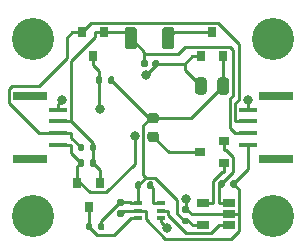
<source format=gbr>
%TF.GenerationSoftware,KiCad,Pcbnew,5.1.7-a382d34a8~87~ubuntu18.04.1*%
%TF.CreationDate,2021-11-08T07:30:38-08:00*%
%TF.ProjectId,i2c_led,6932635f-6c65-4642-9e6b-696361645f70,rev?*%
%TF.SameCoordinates,Original*%
%TF.FileFunction,Copper,L1,Top*%
%TF.FilePolarity,Positive*%
%FSLAX46Y46*%
G04 Gerber Fmt 4.6, Leading zero omitted, Abs format (unit mm)*
G04 Created by KiCad (PCBNEW 5.1.7-a382d34a8~87~ubuntu18.04.1) date 2021-11-08 07:30:38*
%MOMM*%
%LPD*%
G01*
G04 APERTURE LIST*
%TA.AperFunction,SMDPad,CuDef*%
%ADD10R,3.000000X0.800000*%
%TD*%
%TA.AperFunction,SMDPad,CuDef*%
%ADD11R,1.600000X0.400000*%
%TD*%
%TA.AperFunction,ComponentPad*%
%ADD12C,3.570000*%
%TD*%
%TA.AperFunction,SMDPad,CuDef*%
%ADD13R,0.900000X0.800000*%
%TD*%
%TA.AperFunction,SMDPad,CuDef*%
%ADD14R,0.800000X0.900000*%
%TD*%
%TA.AperFunction,SMDPad,CuDef*%
%ADD15R,0.650000X0.400000*%
%TD*%
%TA.AperFunction,SMDPad,CuDef*%
%ADD16R,1.060000X0.650000*%
%TD*%
%TA.AperFunction,ViaPad*%
%ADD17C,0.800000*%
%TD*%
%TA.AperFunction,Conductor*%
%ADD18C,0.250000*%
%TD*%
G04 APERTURE END LIST*
D10*
%TO.P,J1,*%
%TO.N,*%
X52300000Y-62650000D03*
X52300000Y-57350000D03*
D11*
%TO.P,J1,4*%
%TO.N,/SCL_VIN*%
X54625000Y-61500000D03*
%TO.P,J1,3*%
%TO.N,/SDA_VIN*%
X54625000Y-60500000D03*
%TO.P,J1,2*%
%TO.N,/VIN*%
X54625000Y-59500000D03*
%TO.P,J1,1*%
%TO.N,GND*%
X54625000Y-58500000D03*
%TD*%
D10*
%TO.P,J2,*%
%TO.N,*%
X73100000Y-57350000D03*
X73100000Y-62650000D03*
D11*
%TO.P,J2,4*%
%TO.N,/SCL_VIN*%
X70775000Y-58500000D03*
%TO.P,J2,3*%
%TO.N,/SDA_VIN*%
X70775000Y-59500000D03*
%TO.P,J2,2*%
%TO.N,/VIN*%
X70775000Y-60500000D03*
%TO.P,J2,1*%
%TO.N,GND*%
X70775000Y-61500000D03*
%TD*%
D12*
%TO.P,M4,~*%
%TO.N,N/C*%
X52540000Y-67460000D03*
%TD*%
%TO.P,M3,~*%
%TO.N,N/C*%
X72860000Y-67460000D03*
%TD*%
%TO.P,M2,~*%
%TO.N,N/C*%
X72860000Y-52540000D03*
%TD*%
%TO.P,M1,~*%
%TO.N,N/C*%
X52540000Y-52540000D03*
%TD*%
%TO.P,C4,1*%
%TO.N,/5V*%
%TA.AperFunction,SMDPad,CuDef*%
G36*
G01*
X69150000Y-56025000D02*
X69150000Y-56975000D01*
G75*
G02*
X68900000Y-57225000I-250000J0D01*
G01*
X68400000Y-57225000D01*
G75*
G02*
X68150000Y-56975000I0J250000D01*
G01*
X68150000Y-56025000D01*
G75*
G02*
X68400000Y-55775000I250000J0D01*
G01*
X68900000Y-55775000D01*
G75*
G02*
X69150000Y-56025000I0J-250000D01*
G01*
G37*
%TD.AperFunction*%
%TO.P,C4,2*%
%TO.N,GND*%
%TA.AperFunction,SMDPad,CuDef*%
G36*
G01*
X67250000Y-56025000D02*
X67250000Y-56975000D01*
G75*
G02*
X67000000Y-57225000I-250000J0D01*
G01*
X66500000Y-57225000D01*
G75*
G02*
X66250000Y-56975000I0J250000D01*
G01*
X66250000Y-56025000D01*
G75*
G02*
X66500000Y-55775000I250000J0D01*
G01*
X67000000Y-55775000D01*
G75*
G02*
X67250000Y-56025000I0J-250000D01*
G01*
G37*
%TD.AperFunction*%
%TD*%
%TO.P,D1,1*%
%TO.N,Net-(D1-Pad1)*%
%TA.AperFunction,SMDPad,CuDef*%
G36*
G01*
X62956250Y-61225000D02*
X62443750Y-61225000D01*
G75*
G02*
X62225000Y-61006250I0J218750D01*
G01*
X62225000Y-60568750D01*
G75*
G02*
X62443750Y-60350000I218750J0D01*
G01*
X62956250Y-60350000D01*
G75*
G02*
X63175000Y-60568750I0J-218750D01*
G01*
X63175000Y-61006250D01*
G75*
G02*
X62956250Y-61225000I-218750J0D01*
G01*
G37*
%TD.AperFunction*%
%TO.P,D1,2*%
%TO.N,/5V*%
%TA.AperFunction,SMDPad,CuDef*%
G36*
G01*
X62956250Y-59650000D02*
X62443750Y-59650000D01*
G75*
G02*
X62225000Y-59431250I0J218750D01*
G01*
X62225000Y-58993750D01*
G75*
G02*
X62443750Y-58775000I218750J0D01*
G01*
X62956250Y-58775000D01*
G75*
G02*
X63175000Y-58993750I0J-218750D01*
G01*
X63175000Y-59431250D01*
G75*
G02*
X62956250Y-59650000I-218750J0D01*
G01*
G37*
%TD.AperFunction*%
%TD*%
%TO.P,L1,1*%
%TO.N,/VIN*%
%TA.AperFunction,SMDPad,CuDef*%
G36*
G01*
X60300000Y-53150001D02*
X60300000Y-51749999D01*
G75*
G02*
X60549999Y-51500000I249999J0D01*
G01*
X61100001Y-51500000D01*
G75*
G02*
X61350000Y-51749999I0J-249999D01*
G01*
X61350000Y-53150001D01*
G75*
G02*
X61100001Y-53400000I-249999J0D01*
G01*
X60549999Y-53400000D01*
G75*
G02*
X60300000Y-53150001I0J249999D01*
G01*
G37*
%TD.AperFunction*%
%TO.P,L1,2*%
%TO.N,Net-(L1-Pad2)*%
%TA.AperFunction,SMDPad,CuDef*%
G36*
G01*
X63450000Y-53150001D02*
X63450000Y-51749999D01*
G75*
G02*
X63699999Y-51500000I249999J0D01*
G01*
X64250001Y-51500000D01*
G75*
G02*
X64500000Y-51749999I0J-249999D01*
G01*
X64500000Y-53150001D01*
G75*
G02*
X64250001Y-53400000I-249999J0D01*
G01*
X63699999Y-53400000D01*
G75*
G02*
X63450000Y-53150001I0J249999D01*
G01*
G37*
%TD.AperFunction*%
%TD*%
D13*
%TO.P,Q1,3*%
%TO.N,Net-(D1-Pad1)*%
X66700000Y-62100000D03*
%TO.P,Q1,2*%
%TO.N,Net-(Q1-Pad2)*%
X68700000Y-61150000D03*
%TO.P,Q1,1*%
%TO.N,Net-(Q1-Pad1)*%
X68700000Y-63050000D03*
%TD*%
D14*
%TO.P,Q2,1*%
%TO.N,/VIN*%
X58550000Y-51950000D03*
%TO.P,Q2,2*%
%TO.N,/SDA_VIN*%
X56650000Y-51950000D03*
%TO.P,Q2,3*%
%TO.N,/SDA_5V*%
X57600000Y-53950000D03*
%TD*%
%TO.P,Q3,3*%
%TO.N,/SCL_5V*%
X57250000Y-66700000D03*
%TO.P,Q3,2*%
%TO.N,/SCL_VIN*%
X56300000Y-64700000D03*
%TO.P,Q3,1*%
%TO.N,/VIN*%
X58200000Y-64700000D03*
%TD*%
D15*
%TO.P,U1,6*%
%TO.N,Net-(R1-Pad2)*%
X63350000Y-66400000D03*
%TO.P,U1,4*%
%TO.N,/SDA_5V*%
X63350000Y-67700000D03*
%TO.P,U1,2*%
%TO.N,GND*%
X61450000Y-67050000D03*
%TO.P,U1,5*%
%TO.N,Net-(U1-Pad5)*%
X63350000Y-67050000D03*
%TO.P,U1,3*%
%TO.N,/SCL_5V*%
X61450000Y-67700000D03*
%TO.P,U1,1*%
%TO.N,/5V*%
X61450000Y-66400000D03*
%TD*%
D14*
%TO.P,U2,1*%
%TO.N,GND*%
X66750000Y-53950000D03*
%TO.P,U2,2*%
%TO.N,/5V*%
X68650000Y-53950000D03*
%TO.P,U2,3*%
%TO.N,Net-(L1-Pad2)*%
X67700000Y-51950000D03*
%TD*%
D16*
%TO.P,U3,1*%
%TO.N,Net-(U1-Pad5)*%
X69100000Y-68300000D03*
%TO.P,U3,2*%
%TO.N,GND*%
X69100000Y-67350000D03*
%TO.P,U3,3*%
%TO.N,Net-(Q1-Pad2)*%
X69100000Y-66400000D03*
%TO.P,U3,4*%
%TO.N,Net-(Q1-Pad1)*%
X66900000Y-66400000D03*
%TO.P,U3,5*%
%TO.N,/5V*%
X66900000Y-68300000D03*
%TD*%
%TO.P,C1,1*%
%TO.N,/VIN*%
%TA.AperFunction,SMDPad,CuDef*%
G36*
G01*
X61690000Y-54770000D02*
X61690000Y-54430000D01*
G75*
G02*
X61830000Y-54290000I140000J0D01*
G01*
X62110000Y-54290000D01*
G75*
G02*
X62250000Y-54430000I0J-140000D01*
G01*
X62250000Y-54770000D01*
G75*
G02*
X62110000Y-54910000I-140000J0D01*
G01*
X61830000Y-54910000D01*
G75*
G02*
X61690000Y-54770000I0J140000D01*
G01*
G37*
%TD.AperFunction*%
%TO.P,C1,2*%
%TO.N,GND*%
%TA.AperFunction,SMDPad,CuDef*%
G36*
G01*
X62650000Y-54770000D02*
X62650000Y-54430000D01*
G75*
G02*
X62790000Y-54290000I140000J0D01*
G01*
X63070000Y-54290000D01*
G75*
G02*
X63210000Y-54430000I0J-140000D01*
G01*
X63210000Y-54770000D01*
G75*
G02*
X63070000Y-54910000I-140000J0D01*
G01*
X62790000Y-54910000D01*
G75*
G02*
X62650000Y-54770000I0J140000D01*
G01*
G37*
%TD.AperFunction*%
%TD*%
%TO.P,C2,2*%
%TO.N,GND*%
%TA.AperFunction,SMDPad,CuDef*%
G36*
G01*
X59780000Y-67030000D02*
X60120000Y-67030000D01*
G75*
G02*
X60260000Y-67170000I0J-140000D01*
G01*
X60260000Y-67450000D01*
G75*
G02*
X60120000Y-67590000I-140000J0D01*
G01*
X59780000Y-67590000D01*
G75*
G02*
X59640000Y-67450000I0J140000D01*
G01*
X59640000Y-67170000D01*
G75*
G02*
X59780000Y-67030000I140000J0D01*
G01*
G37*
%TD.AperFunction*%
%TO.P,C2,1*%
%TO.N,/5V*%
%TA.AperFunction,SMDPad,CuDef*%
G36*
G01*
X59780000Y-66070000D02*
X60120000Y-66070000D01*
G75*
G02*
X60260000Y-66210000I0J-140000D01*
G01*
X60260000Y-66490000D01*
G75*
G02*
X60120000Y-66630000I-140000J0D01*
G01*
X59780000Y-66630000D01*
G75*
G02*
X59640000Y-66490000I0J140000D01*
G01*
X59640000Y-66210000D01*
G75*
G02*
X59780000Y-66070000I140000J0D01*
G01*
G37*
%TD.AperFunction*%
%TD*%
%TO.P,C3,2*%
%TO.N,GND*%
%TA.AperFunction,SMDPad,CuDef*%
G36*
G01*
X65620000Y-67250000D02*
X65280000Y-67250000D01*
G75*
G02*
X65140000Y-67110000I0J140000D01*
G01*
X65140000Y-66830000D01*
G75*
G02*
X65280000Y-66690000I140000J0D01*
G01*
X65620000Y-66690000D01*
G75*
G02*
X65760000Y-66830000I0J-140000D01*
G01*
X65760000Y-67110000D01*
G75*
G02*
X65620000Y-67250000I-140000J0D01*
G01*
G37*
%TD.AperFunction*%
%TO.P,C3,1*%
%TO.N,/5V*%
%TA.AperFunction,SMDPad,CuDef*%
G36*
G01*
X65620000Y-68210000D02*
X65280000Y-68210000D01*
G75*
G02*
X65140000Y-68070000I0J140000D01*
G01*
X65140000Y-67790000D01*
G75*
G02*
X65280000Y-67650000I140000J0D01*
G01*
X65620000Y-67650000D01*
G75*
G02*
X65760000Y-67790000I0J-140000D01*
G01*
X65760000Y-68070000D01*
G75*
G02*
X65620000Y-68210000I-140000J0D01*
G01*
G37*
%TD.AperFunction*%
%TD*%
%TO.P,R1,2*%
%TO.N,Net-(R1-Pad2)*%
%TA.AperFunction,SMDPad,CuDef*%
G36*
G01*
X62190000Y-65085000D02*
X62190000Y-64715000D01*
G75*
G02*
X62325000Y-64580000I135000J0D01*
G01*
X62595000Y-64580000D01*
G75*
G02*
X62730000Y-64715000I0J-135000D01*
G01*
X62730000Y-65085000D01*
G75*
G02*
X62595000Y-65220000I-135000J0D01*
G01*
X62325000Y-65220000D01*
G75*
G02*
X62190000Y-65085000I0J135000D01*
G01*
G37*
%TD.AperFunction*%
%TO.P,R1,1*%
%TO.N,/5V*%
%TA.AperFunction,SMDPad,CuDef*%
G36*
G01*
X61170000Y-65085000D02*
X61170000Y-64715000D01*
G75*
G02*
X61305000Y-64580000I135000J0D01*
G01*
X61575000Y-64580000D01*
G75*
G02*
X61710000Y-64715000I0J-135000D01*
G01*
X61710000Y-65085000D01*
G75*
G02*
X61575000Y-65220000I-135000J0D01*
G01*
X61305000Y-65220000D01*
G75*
G02*
X61170000Y-65085000I0J135000D01*
G01*
G37*
%TD.AperFunction*%
%TD*%
%TO.P,R2,1*%
%TO.N,Net-(Q1-Pad2)*%
%TA.AperFunction,SMDPad,CuDef*%
G36*
G01*
X68220000Y-64985000D02*
X68220000Y-64615000D01*
G75*
G02*
X68355000Y-64480000I135000J0D01*
G01*
X68625000Y-64480000D01*
G75*
G02*
X68760000Y-64615000I0J-135000D01*
G01*
X68760000Y-64985000D01*
G75*
G02*
X68625000Y-65120000I-135000J0D01*
G01*
X68355000Y-65120000D01*
G75*
G02*
X68220000Y-64985000I0J135000D01*
G01*
G37*
%TD.AperFunction*%
%TO.P,R2,2*%
%TO.N,GND*%
%TA.AperFunction,SMDPad,CuDef*%
G36*
G01*
X69240000Y-64985000D02*
X69240000Y-64615000D01*
G75*
G02*
X69375000Y-64480000I135000J0D01*
G01*
X69645000Y-64480000D01*
G75*
G02*
X69780000Y-64615000I0J-135000D01*
G01*
X69780000Y-64985000D01*
G75*
G02*
X69645000Y-65120000I-135000J0D01*
G01*
X69375000Y-65120000D01*
G75*
G02*
X69240000Y-64985000I0J135000D01*
G01*
G37*
%TD.AperFunction*%
%TD*%
%TO.P,R3,1*%
%TO.N,/VIN*%
%TA.AperFunction,SMDPad,CuDef*%
G36*
G01*
X57880000Y-61515000D02*
X57880000Y-61885000D01*
G75*
G02*
X57745000Y-62020000I-135000J0D01*
G01*
X57475000Y-62020000D01*
G75*
G02*
X57340000Y-61885000I0J135000D01*
G01*
X57340000Y-61515000D01*
G75*
G02*
X57475000Y-61380000I135000J0D01*
G01*
X57745000Y-61380000D01*
G75*
G02*
X57880000Y-61515000I0J-135000D01*
G01*
G37*
%TD.AperFunction*%
%TO.P,R3,2*%
%TO.N,/SDA_VIN*%
%TA.AperFunction,SMDPad,CuDef*%
G36*
G01*
X56860000Y-61515000D02*
X56860000Y-61885000D01*
G75*
G02*
X56725000Y-62020000I-135000J0D01*
G01*
X56455000Y-62020000D01*
G75*
G02*
X56320000Y-61885000I0J135000D01*
G01*
X56320000Y-61515000D01*
G75*
G02*
X56455000Y-61380000I135000J0D01*
G01*
X56725000Y-61380000D01*
G75*
G02*
X56860000Y-61515000I0J-135000D01*
G01*
G37*
%TD.AperFunction*%
%TD*%
%TO.P,R4,2*%
%TO.N,/SCL_VIN*%
%TA.AperFunction,SMDPad,CuDef*%
G36*
G01*
X56860000Y-62815000D02*
X56860000Y-63185000D01*
G75*
G02*
X56725000Y-63320000I-135000J0D01*
G01*
X56455000Y-63320000D01*
G75*
G02*
X56320000Y-63185000I0J135000D01*
G01*
X56320000Y-62815000D01*
G75*
G02*
X56455000Y-62680000I135000J0D01*
G01*
X56725000Y-62680000D01*
G75*
G02*
X56860000Y-62815000I0J-135000D01*
G01*
G37*
%TD.AperFunction*%
%TO.P,R4,1*%
%TO.N,/VIN*%
%TA.AperFunction,SMDPad,CuDef*%
G36*
G01*
X57880000Y-62815000D02*
X57880000Y-63185000D01*
G75*
G02*
X57745000Y-63320000I-135000J0D01*
G01*
X57475000Y-63320000D01*
G75*
G02*
X57340000Y-63185000I0J135000D01*
G01*
X57340000Y-62815000D01*
G75*
G02*
X57475000Y-62680000I135000J0D01*
G01*
X57745000Y-62680000D01*
G75*
G02*
X57880000Y-62815000I0J-135000D01*
G01*
G37*
%TD.AperFunction*%
%TD*%
%TO.P,R5,1*%
%TO.N,/5V*%
%TA.AperFunction,SMDPad,CuDef*%
G36*
G01*
X58580000Y-68215000D02*
X58580000Y-68585000D01*
G75*
G02*
X58445000Y-68720000I-135000J0D01*
G01*
X58175000Y-68720000D01*
G75*
G02*
X58040000Y-68585000I0J135000D01*
G01*
X58040000Y-68215000D01*
G75*
G02*
X58175000Y-68080000I135000J0D01*
G01*
X58445000Y-68080000D01*
G75*
G02*
X58580000Y-68215000I0J-135000D01*
G01*
G37*
%TD.AperFunction*%
%TO.P,R5,2*%
%TO.N,/SCL_5V*%
%TA.AperFunction,SMDPad,CuDef*%
G36*
G01*
X57560000Y-68215000D02*
X57560000Y-68585000D01*
G75*
G02*
X57425000Y-68720000I-135000J0D01*
G01*
X57155000Y-68720000D01*
G75*
G02*
X57020000Y-68585000I0J135000D01*
G01*
X57020000Y-68215000D01*
G75*
G02*
X57155000Y-68080000I135000J0D01*
G01*
X57425000Y-68080000D01*
G75*
G02*
X57560000Y-68215000I0J-135000D01*
G01*
G37*
%TD.AperFunction*%
%TD*%
%TO.P,R6,2*%
%TO.N,/SDA_5V*%
%TA.AperFunction,SMDPad,CuDef*%
G36*
G01*
X58410000Y-55815000D02*
X58410000Y-56185000D01*
G75*
G02*
X58275000Y-56320000I-135000J0D01*
G01*
X58005000Y-56320000D01*
G75*
G02*
X57870000Y-56185000I0J135000D01*
G01*
X57870000Y-55815000D01*
G75*
G02*
X58005000Y-55680000I135000J0D01*
G01*
X58275000Y-55680000D01*
G75*
G02*
X58410000Y-55815000I0J-135000D01*
G01*
G37*
%TD.AperFunction*%
%TO.P,R6,1*%
%TO.N,/5V*%
%TA.AperFunction,SMDPad,CuDef*%
G36*
G01*
X59430000Y-55815000D02*
X59430000Y-56185000D01*
G75*
G02*
X59295000Y-56320000I-135000J0D01*
G01*
X59025000Y-56320000D01*
G75*
G02*
X58890000Y-56185000I0J135000D01*
G01*
X58890000Y-55815000D01*
G75*
G02*
X59025000Y-55680000I135000J0D01*
G01*
X59295000Y-55680000D01*
G75*
G02*
X59430000Y-55815000I0J-135000D01*
G01*
G37*
%TD.AperFunction*%
%TD*%
D17*
%TO.N,GND*%
X55004700Y-57672500D03*
X62081100Y-55539000D03*
X65450000Y-66060700D03*
%TO.N,/SCL_VIN*%
X70775000Y-57672500D03*
X61160500Y-60703300D03*
%TO.N,/SDA_5V*%
X63868100Y-68510200D03*
X58210000Y-58424000D03*
%TD*%
D18*
%TO.N,/VIN*%
X58550000Y-51950000D02*
X57824700Y-51950000D01*
X57824700Y-51950000D02*
X57824700Y-52337800D01*
X57824700Y-52337800D02*
X55750300Y-54412200D01*
X55750300Y-54412200D02*
X55750300Y-59500000D01*
X60825000Y-52450000D02*
X60325000Y-51950000D01*
X60325000Y-51950000D02*
X58550000Y-51950000D01*
X57610000Y-61700000D02*
X57610000Y-61359700D01*
X57610000Y-61359700D02*
X55750300Y-59500000D01*
X57610000Y-63000000D02*
X57610000Y-61700000D01*
X54625000Y-59500000D02*
X55750300Y-59500000D01*
X61970000Y-53777100D02*
X61970000Y-54600000D01*
X60825000Y-52450000D02*
X61970000Y-53595000D01*
X61970000Y-53595000D02*
X61970000Y-53777100D01*
X61970000Y-53777100D02*
X64809700Y-53777100D01*
X64809700Y-53777100D02*
X65412100Y-53174700D01*
X65412100Y-53174700D02*
X69184800Y-53174700D01*
X69184800Y-53174700D02*
X69480900Y-53470800D01*
X69480900Y-53470800D02*
X69480900Y-57269800D01*
X69480900Y-57269800D02*
X69177600Y-57573100D01*
X69177600Y-57573100D02*
X69177600Y-60027900D01*
X69177600Y-60027900D02*
X69649700Y-60500000D01*
X70775000Y-60500000D02*
X69649700Y-60500000D01*
X57610000Y-63000000D02*
X58200000Y-63590000D01*
X58200000Y-63590000D02*
X58200000Y-64700000D01*
%TO.N,GND*%
X54625000Y-58500000D02*
X54625000Y-58052200D01*
X54625000Y-58052200D02*
X55004700Y-57672500D01*
X62930000Y-54600000D02*
X62930000Y-54690100D01*
X62930000Y-54690100D02*
X62081100Y-55539000D01*
X70775000Y-61500000D02*
X70775000Y-63535000D01*
X70775000Y-63535000D02*
X69510000Y-64800000D01*
X61450000Y-67050000D02*
X62100300Y-67050000D01*
X69955200Y-67350000D02*
X69955400Y-67350200D01*
X69955400Y-67350200D02*
X69955400Y-68760000D01*
X69955400Y-68760000D02*
X69295300Y-69420100D01*
X69295300Y-69420100D02*
X63727500Y-69420100D01*
X63727500Y-69420100D02*
X62100300Y-67792900D01*
X62100300Y-67792900D02*
X62100300Y-67050000D01*
X69510000Y-64800000D02*
X69955300Y-65245300D01*
X69955300Y-65245300D02*
X69955300Y-67349900D01*
X69955300Y-67349900D02*
X69955200Y-67350000D01*
X65374700Y-54600000D02*
X66024700Y-53950000D01*
X62930000Y-54600000D02*
X65374700Y-54600000D01*
X65374700Y-54600000D02*
X65374700Y-55124700D01*
X65374700Y-55124700D02*
X66750000Y-56500000D01*
X66750000Y-53950000D02*
X66024700Y-53950000D01*
X69100000Y-67350000D02*
X69955200Y-67350000D01*
X65450000Y-66970000D02*
X65450000Y-66060700D01*
X68244700Y-67350000D02*
X65973300Y-67350000D01*
X65973300Y-67350000D02*
X65593300Y-66970000D01*
X65593300Y-66970000D02*
X65450000Y-66970000D01*
X59950000Y-67310000D02*
X60210000Y-67050000D01*
X60210000Y-67050000D02*
X61450000Y-67050000D01*
X69100000Y-67350000D02*
X68244700Y-67350000D01*
%TO.N,/5V*%
X62432800Y-59272700D02*
X62493000Y-59212500D01*
X62493000Y-59212500D02*
X62700000Y-59212500D01*
X62091200Y-64248800D02*
X61889300Y-64046900D01*
X61889300Y-64046900D02*
X61889300Y-59816200D01*
X61889300Y-59816200D02*
X62432800Y-59272700D01*
X59160000Y-56000000D02*
X62432800Y-59272700D01*
X62700000Y-59212500D02*
X65937500Y-59212500D01*
X65937500Y-59212500D02*
X68650000Y-56500000D01*
X58310000Y-68400000D02*
X58310000Y-67915400D01*
X58310000Y-67915400D02*
X59875400Y-66350000D01*
X59875400Y-66350000D02*
X59950000Y-66350000D01*
X66900000Y-68300000D02*
X66044700Y-68300000D01*
X65450000Y-67930000D02*
X65674700Y-67930000D01*
X65674700Y-67930000D02*
X66044700Y-68300000D01*
X62091200Y-64248800D02*
X62827500Y-64248800D01*
X62827500Y-64248800D02*
X64703200Y-66124500D01*
X64703200Y-66124500D02*
X64703200Y-67273900D01*
X64703200Y-67273900D02*
X65359300Y-67930000D01*
X65359300Y-67930000D02*
X65450000Y-67930000D01*
X61440000Y-64900000D02*
X62091200Y-64248800D01*
X61440000Y-66400000D02*
X61440000Y-64900000D01*
X61440000Y-66400000D02*
X61450000Y-66400000D01*
X61124900Y-66400000D02*
X61440000Y-66400000D01*
X61124900Y-66400000D02*
X60799700Y-66400000D01*
X68650000Y-53950000D02*
X68650000Y-56500000D01*
X59950000Y-66350000D02*
X60749700Y-66350000D01*
X60749700Y-66350000D02*
X60799700Y-66400000D01*
%TO.N,Net-(D1-Pad1)*%
X66700000Y-62100000D02*
X64012500Y-62100000D01*
X64012500Y-62100000D02*
X62700000Y-60787500D01*
%TO.N,/SCL_VIN*%
X70775000Y-58500000D02*
X70775000Y-57672500D01*
X56590000Y-63000000D02*
X55750300Y-62160300D01*
X55750300Y-62160300D02*
X55750300Y-61500000D01*
X56590000Y-63000000D02*
X56300000Y-63290000D01*
X56300000Y-63290000D02*
X56300000Y-63924700D01*
X54625000Y-61500000D02*
X55750300Y-61500000D01*
X56300000Y-64424900D02*
X57350500Y-65475400D01*
X57350500Y-65475400D02*
X58746200Y-65475400D01*
X58746200Y-65475400D02*
X61160500Y-63061100D01*
X61160500Y-63061100D02*
X61160500Y-60703300D01*
X56300000Y-64424900D02*
X56300000Y-63924700D01*
X56300000Y-64700000D02*
X56300000Y-64424900D01*
%TO.N,/SDA_VIN*%
X69649700Y-59500000D02*
X69649700Y-57963200D01*
X69649700Y-57963200D02*
X69965200Y-57647700D01*
X69965200Y-57647700D02*
X69965200Y-52897000D01*
X69965200Y-52897000D02*
X68206600Y-51138400D01*
X68206600Y-51138400D02*
X57461600Y-51138400D01*
X57461600Y-51138400D02*
X56650000Y-51950000D01*
X54625000Y-60500000D02*
X55750300Y-60500000D01*
X56590000Y-61700000D02*
X55750300Y-60860300D01*
X55750300Y-60860300D02*
X55750300Y-60500000D01*
X70775000Y-59500000D02*
X69649700Y-59500000D01*
X55924700Y-51950000D02*
X56650000Y-51950000D01*
X55400000Y-54100000D02*
X55400000Y-52400000D01*
X53027900Y-56472100D02*
X55400000Y-54100000D01*
X55850000Y-51950000D02*
X55924700Y-51950000D01*
X55400000Y-52400000D02*
X55850000Y-51950000D01*
X50788800Y-56472100D02*
X53027900Y-56472100D01*
X50474600Y-56786300D02*
X50788800Y-56472100D01*
X50474600Y-57914700D02*
X50474600Y-56786300D01*
X53059900Y-60500000D02*
X50474600Y-57914700D01*
X54625000Y-60500000D02*
X53059900Y-60500000D01*
%TO.N,Net-(L1-Pad2)*%
X67700000Y-51950000D02*
X64475000Y-51950000D01*
X64475000Y-51950000D02*
X63975000Y-52450000D01*
%TO.N,Net-(Q1-Pad2)*%
X68490000Y-64800000D02*
X68244700Y-65045300D01*
X68244700Y-65045300D02*
X68244700Y-66400000D01*
X68700000Y-61875300D02*
X68881300Y-61875300D01*
X68881300Y-61875300D02*
X69484400Y-62478400D01*
X69484400Y-62478400D02*
X69484400Y-63805600D01*
X69484400Y-63805600D02*
X68490000Y-64800000D01*
X69100000Y-66400000D02*
X68244700Y-66400000D01*
X68700000Y-61150000D02*
X68700000Y-61875300D01*
%TO.N,Net-(Q1-Pad1)*%
X66900000Y-66400000D02*
X67755300Y-66400000D01*
X68700000Y-63050000D02*
X68700000Y-63775300D01*
X68700000Y-63775300D02*
X68518700Y-63775300D01*
X68518700Y-63775300D02*
X67755300Y-64538700D01*
X67755300Y-64538700D02*
X67755300Y-66400000D01*
%TO.N,/SDA_5V*%
X58210000Y-58424000D02*
X58140000Y-58354000D01*
X58140000Y-58354000D02*
X58140000Y-56000000D01*
X57600000Y-53950000D02*
X57600000Y-54725300D01*
X58140000Y-56000000D02*
X58140000Y-55265300D01*
X58140000Y-55265300D02*
X57600000Y-54725300D01*
X63868100Y-68510200D02*
X63350000Y-67992100D01*
X63350000Y-67992100D02*
X63350000Y-67700000D01*
%TO.N,/SCL_5V*%
X61450000Y-67700000D02*
X60799700Y-67700000D01*
X57290000Y-68400000D02*
X57959500Y-69069500D01*
X57959500Y-69069500D02*
X59430200Y-69069500D01*
X59430200Y-69069500D02*
X60799700Y-67700000D01*
X57250000Y-67475300D02*
X57290000Y-67515300D01*
X57290000Y-67515300D02*
X57290000Y-68400000D01*
X57250000Y-66700000D02*
X57250000Y-67475300D01*
%TO.N,Net-(R1-Pad2)*%
X63350000Y-66400000D02*
X62699700Y-66400000D01*
X62460000Y-64900000D02*
X62699700Y-65139700D01*
X62699700Y-65139700D02*
X62699700Y-66400000D01*
%TO.N,Net-(U1-Pad5)*%
X63350000Y-67050000D02*
X64000300Y-67050000D01*
X69100000Y-68300000D02*
X68244700Y-68300000D01*
X68244700Y-68300000D02*
X67594300Y-68950400D01*
X67594300Y-68950400D02*
X65497700Y-68950400D01*
X65497700Y-68950400D02*
X64000300Y-67453000D01*
X64000300Y-67453000D02*
X64000300Y-67050000D01*
%TD*%
M02*

</source>
